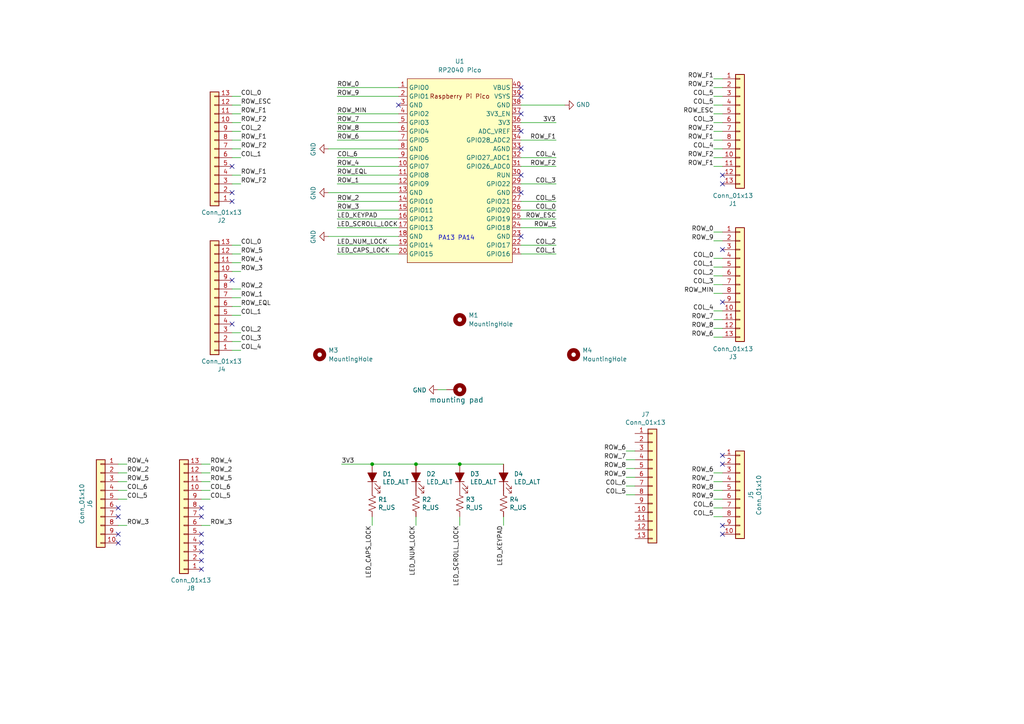
<source format=kicad_sch>
(kicad_sch (version 20250114) (generator "eeschema") (generator_version "9.0")
  (paper "A4")
  (lib_symbols
    (symbol "MCU_RaspberryPi_and_Boards:Pico"
      (property "Reference" "U" (at -13.97 27.94 0))
      (property "Value" "Pico" (at 0 19.05 0))
      (symbol "Pico_0_0"
        (text "Raspberry Pi Pico" (at 0 21.59 0) (effects (font (size 1.27 1.27))))
      )
      (symbol "Pico_0_1"
        (rectangle (start -15.24 26.67) (end 15.24 -26.67) (fill (type background)))
      )
      (symbol "Pico_1_1"
        (pin bidirectional line (at -17.78 24.13 0) (length 2.54) (name "GPIO0") (number "1"))
        (pin bidirectional line (at -17.78 21.59 0) (length 2.54) (name "GPIO1") (number "2"))
        (pin power_in line (at -17.78 19.05 0) (length 2.54) (name "GND") (number "3"))
        (pin bidirectional line (at -17.78 16.51 0) (length 2.54) (name "GPIO2") (number "4"))
        (pin bidirectional line (at -17.78 13.97 0) (length 2.54) (name "GPIO3") (number "5"))
        (pin bidirectional line (at -17.78 11.43 0) (length 2.54) (name "GPIO4") (number "6"))
        (pin bidirectional line (at -17.78 8.89 0) (length 2.54) (name "GPIO5") (number "7"))
        (pin power_in line (at -17.78 6.35 0) (length 2.54) (name "GND") (number "8"))
        (pin bidirectional line (at -17.78 3.81 0) (length 2.54) (name "GPIO6") (number "9"))
        (pin bidirectional line (at -17.78 1.27 0) (length 2.54) (name "GPIO7") (number "10"))
        (pin bidirectional line (at -17.78 -1.27 0) (length 2.54) (name "GPIO8") (number "11"))
        (pin bidirectional line (at -17.78 -3.81 0) (length 2.54) (name "GPIO9") (number "12"))
        (pin power_in line (at -17.78 -6.35 0) (length 2.54) (name "GND") (number "13"))
        (pin bidirectional line (at -17.78 -8.89 0) (length 2.54) (name "GPIO10") (number "14"))
        (pin bidirectional line (at -17.78 -11.43 0) (length 2.54) (name "GPIO11") (number "15"))
        (pin bidirectional line (at -17.78 -13.97 0) (length 2.54) (name "GPIO12") (number "16"))
        (pin bidirectional line (at -17.78 -16.51 0) (length 2.54) (name "GPIO13") (number "17"))
        (pin power_in line (at -17.78 -19.05 0) (length 2.54) (name "GND") (number "18"))
        (pin bidirectional line (at -17.78 -21.59 0) (length 2.54) (name "GPIO14") (number "19"))
        (pin bidirectional line (at -17.78 -24.13 0) (length 2.54) (name "GPIO15") (number "20"))
        (pin power_in line (at 17.78 24.13 180) (length 2.54) (name "VBUS") (number "40"))
        (pin power_in line (at 17.78 21.59 180) (length 2.54) (name "VSYS") (number "39"))
        (pin bidirectional line (at 17.78 19.05 180) (length 2.54) (name "GND") (number "38"))
        (pin input line (at 17.78 16.51 180) (length 2.54) (name "3V3_EN") (number "37"))
        (pin power_in line (at 17.78 13.97 180) (length 2.54) (name "3V3") (number "36"))
        (pin power_in line (at 17.78 11.43 180) (length 2.54) (name "ADC_VREF") (number "35"))
        (pin bidirectional line (at 17.78 8.89 180) (length 2.54) (name "GPIO28_ADC2") (number "34"))
        (pin power_in line (at 17.78 6.35 180) (length 2.54) (name "AGND") (number "33"))
        (pin bidirectional line (at 17.78 3.81 180) (length 2.54) (name "GPIO27_ADC1") (number "32"))
        (pin bidirectional line (at 17.78 1.27 180) (length 2.54) (name "GPIO26_ADC0") (number "31"))
        (pin input line (at 17.78 -1.27 180) (length 2.54) (name "RUN") (number "30"))
        (pin bidirectional line (at 17.78 -3.81 180) (length 2.54) (name "GPIO22") (number "29"))
        (pin power_in line (at 17.78 -6.35 180) (length 2.54) (name "GND") (number "28"))
        (pin bidirectional line (at 17.78 -8.89 180) (length 2.54) (name "GPIO21") (number "27"))
        (pin bidirectional line (at 17.78 -11.43 180) (length 2.54) (name "GPIO20") (number "26"))
        (pin bidirectional line (at 17.78 -13.97 180) (length 2.54) (name "GPIO19") (number "25"))
        (pin bidirectional line (at 17.78 -16.51 180) (length 2.54) (name "GPIO18") (number "24"))
        (pin power_in line (at 17.78 -19.05 180) (length 2.54) (name "GND") (number "23"))
        (pin bidirectional line (at 17.78 -21.59 180) (length 2.54) (name "GPIO17") (number "22"))
        (pin bidirectional line (at 17.78 -24.13 180) (length 2.54) (name "GPIO16") (number "21"))
      )
    )
    (symbol "Mechanical:MountingHole" (pin_names (offset 1.016)) (in_bom no)
      (property "Reference" "H" (at 0 5.08 0))
      (property "Value" "MountingHole" (at 0 3.175 0))
      (symbol "MountingHole_0_1"
        (circle (center 0 0) (radius 1.27) (stroke (width 1.27)))
      )
    )
    (symbol "Mechanical:MountingHole_Pad" (pin_numbers (hide yes)) (pin_names (offset 1.016) (hide yes))
      (property "Reference" "H" (at 0 6.35 0))
      (property "Value" "MountingHole_Pad" (at 0 4.445 0))
      (symbol "MountingHole_Pad_0_1"
        (circle (center 0 1.27) (radius 1.27) (stroke (width 1.27)))
      )
      (symbol "MountingHole_Pad_1_1"
        (pin input line (at 0 -2.54 90) (length 2.54) (name "1") (number "1"))
      )
    )
    (symbol "kicad_port-rescue:Conn_01x10-Connector_Generic" (pin_names (offset 1.016) (hide yes))
      (property "Reference" "J" (at 0 12.7 0))
      (property "Value" "kicad_port-rescue_Conn_01x10-Connector_Generic" (at 0 -15.24 0))
      (symbol "Conn_01x10-Connector_Generic_1_1"
        (rectangle (start -1.27 11.43) (end 1.27 -13.97) (stroke (width 0.254)) (fill (type background)))
        (rectangle (start -1.27 10.287) (end 0 10.033) (stroke (width 0.1524)))
        (rectangle (start -1.27 7.747) (end 0 7.493) (stroke (width 0.1524)))
        (rectangle (start -1.27 5.207) (end 0 4.953) (stroke (width 0.1524)))
        (rectangle (start -1.27 2.667) (end 0 2.413) (stroke (width 0.1524)))
        (rectangle (start -1.27 0.127) (end 0 -0.127) (stroke (width 0.1524)))
        (rectangle (start -1.27 -2.413) (end 0 -2.667) (stroke (width 0.1524)))
        (rectangle (start -1.27 -4.953) (end 0 -5.207) (stroke (width 0.1524)))
        (rectangle (start -1.27 -7.493) (end 0 -7.747) (stroke (width 0.1524)))
        (rectangle (start -1.27 -10.033) (end 0 -10.287) (stroke (width 0.1524)))
        (rectangle (start -1.27 -12.573) (end 0 -12.827) (stroke (width 0.1524)))
        (pin passive line (at -5.08 10.16 0) (length 3.81) (name "Pin_1") (number "1"))
        (pin passive line (at -5.08 7.62 0) (length 3.81) (name "Pin_2") (number "2"))
        (pin passive line (at -5.08 5.08 0) (length 3.81) (name "Pin_3") (number "3"))
        (pin passive line (at -5.08 2.54 0) (length 3.81) (name "Pin_4") (number "4"))
        (pin passive line (at -5.08 0 0) (length 3.81) (name "Pin_5") (number "5"))
        (pin passive line (at -5.08 -2.54 0) (length 3.81) (name "Pin_6") (number "6"))
        (pin passive line (at -5.08 -5.08 0) (length 3.81) (name "Pin_7") (number "7"))
        (pin passive line (at -5.08 -7.62 0) (length 3.81) (name "Pin_8") (number "8"))
        (pin passive line (at -5.08 -10.16 0) (length 3.81) (name "Pin_9") (number "9"))
        (pin passive line (at -5.08 -12.7 0) (length 3.81) (name "Pin_10") (number "10"))
      )
    )
    (symbol "kicad_port-rescue:Conn_01x13-Connector_Generic" (pin_names (offset 1.016) (hide yes))
      (property "Reference" "J" (at 0 17.78 0))
      (property "Value" "kicad_port-rescue_Conn_01x13-Connector_Generic" (at 0 -17.78 0))
      (symbol "Conn_01x13-Connector_Generic_1_1"
        (rectangle (start -1.27 16.51) (end 1.27 -16.51) (stroke (width 0.254)) (fill (type background)))
        (rectangle (start -1.27 15.367) (end 0 15.113) (stroke (width 0.1524)))
        (rectangle (start -1.27 12.827) (end 0 12.573) (stroke (width 0.1524)))
        (rectangle (start -1.27 10.287) (end 0 10.033) (stroke (width 0.1524)))
        (rectangle (start -1.27 7.747) (end 0 7.493) (stroke (width 0.1524)))
        (rectangle (start -1.27 5.207) (end 0 4.953) (stroke (width 0.1524)))
        (rectangle (start -1.27 2.667) (end 0 2.413) (stroke (width 0.1524)))
        (rectangle (start -1.27 0.127) (end 0 -0.127) (stroke (width 0.1524)))
        (rectangle (start -1.27 -2.413) (end 0 -2.667) (stroke (width 0.1524)))
        (rectangle (start -1.27 -4.953) (end 0 -5.207) (stroke (width 0.1524)))
        (rectangle (start -1.27 -7.493) (end 0 -7.747) (stroke (width 0.1524)))
        (rectangle (start -1.27 -10.033) (end 0 -10.287) (stroke (width 0.1524)))
        (rectangle (start -1.27 -12.573) (end 0 -12.827) (stroke (width 0.1524)))
        (rectangle (start -1.27 -15.113) (end 0 -15.367) (stroke (width 0.1524)))
        (pin passive line (at -5.08 15.24 0) (length 3.81) (name "Pin_1") (number "1"))
        (pin passive line (at -5.08 12.7 0) (length 3.81) (name "Pin_2") (number "2"))
        (pin passive line (at -5.08 10.16 0) (length 3.81) (name "Pin_3") (number "3"))
        (pin passive line (at -5.08 7.62 0) (length 3.81) (name "Pin_4") (number "4"))
        (pin passive line (at -5.08 5.08 0) (length 3.81) (name "Pin_5") (number "5"))
        (pin passive line (at -5.08 2.54 0) (length 3.81) (name "Pin_6") (number "6"))
        (pin passive line (at -5.08 0 0) (length 3.81) (name "Pin_7") (number "7"))
        (pin passive line (at -5.08 -2.54 0) (length 3.81) (name "Pin_8") (number "8"))
        (pin passive line (at -5.08 -5.08 0) (length 3.81) (name "Pin_9") (number "9"))
        (pin passive line (at -5.08 -7.62 0) (length 3.81) (name "Pin_10") (number "10"))
        (pin passive line (at -5.08 -10.16 0) (length 3.81) (name "Pin_11") (number "11"))
        (pin passive line (at -5.08 -12.7 0) (length 3.81) (name "Pin_12") (number "12"))
        (pin passive line (at -5.08 -15.24 0) (length 3.81) (name "Pin_13") (number "13"))
      )
    )
    (symbol "kicad_port-rescue:GND-power" (power) (pin_names (offset 0))
      (property "Value" "kicad_port-rescue_GND-power" (at 0 -3.81 0))
      (symbol "GND-power_0_1"
        (polyline (pts (xy 0 0) (xy 0 -1.27) (xy 1.27 -1.27) (xy 0 -2.54) (xy -1.27 -1.27) (xy 0 -1.27)))
      )
      (symbol "GND-power_1_1"
        (pin power_in line (at 0 0 270) (length 0) (hide yes) (name "GND") (number "1"))
      )
    )
    (symbol "kicad_port-rescue:LED_ALT-Device" (pin_numbers (hide yes)) (pin_names (offset 1.016) (hide yes))
      (property "Reference" "D" (at 0 2.54 0))
      (property "Value" "kicad_port-rescue_LED_ALT-Device" (at 0 -2.54 0))
      (symbol "LED_ALT-Device_0_1"
        (polyline (pts (xy -3.048 -0.762) (xy -4.572 -2.286) (xy -3.81 -2.286) (xy -4.572 -2.286) (xy -4.572 -1.524)))
        (polyline (pts (xy -1.778 -0.762) (xy -3.302 -2.286) (xy -2.54 -2.286) (xy -3.302 -2.286) (xy -3.302 -1.524)))
        (polyline (pts (xy -1.27 0) (xy 1.27 0)))
        (polyline (pts (xy -1.27 -1.27) (xy -1.27 1.27)) (stroke (width 0.2032)))
        (polyline (pts (xy 1.27 -1.27) (xy 1.27 1.27) (xy -1.27 0) (xy 1.27 -1.27)) (stroke (width 0.2032)) (fill (type outline)))
      )
      (symbol "LED_ALT-Device_1_1"
        (pin passive line (at -3.81 0 0) (length 2.54) (name "K") (number "1"))
        (pin passive line (at 3.81 0 180) (length 2.54) (name "A") (number "2"))
      )
    )
    (symbol "kicad_port-rescue:R_US-Device" (pin_numbers (hide yes)) (pin_names (offset 0))
      (property "Reference" "R" (at 2.54 0 90))
      (property "Value" "kicad_port-rescue_R_US-Device" (at -2.54 0 90))
      (symbol "R_US-Device_0_1"
        (polyline (pts (xy 0 2.286) (xy 0 2.54)))
        (polyline (pts (xy 0 2.286) (xy 1.016 1.905) (xy 0 1.524) (xy -1.016 1.143) (xy 0 0.762)))
        (polyline (pts (xy 0 0.762) (xy 1.016 0.381) (xy 0 0) (xy -1.016 -0.381) (xy 0 -0.762)))
        (polyline (pts (xy 0 -0.762) (xy 1.016 -1.143) (xy 0 -1.524) (xy -1.016 -1.905) (xy 0 -2.286)))
        (polyline (pts (xy 0 -2.286) (xy 0 -2.54)))
      )
      (symbol "R_US-Device_1_1"
        (pin passive line (at 0 3.81 270) (length 1.27) (name "~") (number "1"))
        (pin passive line (at 0 -3.81 90) (length 1.27) (name "~") (number "2"))
      )
    )
    (symbol "power:GND" (power) (pin_names (offset 0))
      (property "Value" "GND" (at 0 -3.81 0))
      (symbol "GND_0_1"
        (polyline (pts (xy 0 0) (xy 0 -1.27) (xy 1.27 -1.27) (xy 0 -2.54) (xy -1.27 -1.27) (xy 0 -1.27)))
      )
      (symbol "GND_1_1"
        (pin power_in line (at 0 0 270) (length 0) (hide yes) (name "GND") (number "1"))
      )
    )
  )
  (text "PA13 PA14" (at 127 69.85 0) (effects (font (size 1.27 1.27)) (justify left bottom)))
  (junction (at 133.35 134.62))
  (junction (at 120.65 134.62))
  (junction (at 107.95 134.62))
  (no_connect (at 58.42 162.56))
  (no_connect (at 34.29 147.32))
  (no_connect (at 67.31 58.42))
  (no_connect (at 58.42 160.02))
  (no_connect (at 151.13 33.02))
  (no_connect (at 67.31 81.28))
  (no_connect (at 67.31 55.88))
  (no_connect (at 209.55 87.63))
  (no_connect (at 34.29 149.86))
  (no_connect (at 209.55 53.34))
  (no_connect (at 209.55 50.8))
  (no_connect (at 58.42 154.94))
  (no_connect (at 58.42 157.48))
  (no_connect (at 67.31 48.26))
  (no_connect (at 151.13 50.8))
  (no_connect (at 115.57 30.48))
  (no_connect (at 209.55 132.08))
  (no_connect (at 34.29 157.48))
  (no_connect (at 151.13 27.94))
  (no_connect (at 151.13 55.88))
  (no_connect (at 151.13 68.58))
  (no_connect (at 67.31 93.98))
  (no_connect (at 58.42 165.1))
  (no_connect (at 209.55 152.4))
  (no_connect (at 34.29 154.94))
  (no_connect (at 58.42 149.86))
  (no_connect (at 209.55 154.94))
  (no_connect (at 209.55 72.39))
  (no_connect (at 209.55 134.62))
  (no_connect (at 151.13 43.18))
  (no_connect (at 151.13 25.4))
  (no_connect (at 58.42 147.32))
  (no_connect (at 151.13 38.1))
  (wire (pts (xy 151.13 40.64) (xy 161.29 40.64)))
  (wire (pts (xy 67.31 96.52) (xy 69.85 96.52)))
  (wire (pts (xy 151.13 30.48) (xy 163.83 30.48)))
  (wire (pts (xy 97.79 48.26) (xy 115.57 48.26)))
  (wire (pts (xy 207.01 43.18) (xy 209.55 43.18)))
  (wire (pts (xy 67.31 99.06) (xy 69.85 99.06)))
  (wire (pts (xy 67.31 91.44) (xy 69.85 91.44)))
  (wire (pts (xy 107.95 134.62) (xy 120.65 134.62)))
  (wire (pts (xy 58.42 137.16) (xy 60.96 137.16)))
  (wire (pts (xy 34.29 137.16) (xy 36.83 137.16)))
  (wire (pts (xy 184.15 130.81) (xy 181.61 130.81)))
  (wire (pts (xy 151.13 73.66) (xy 161.29 73.66)))
  (wire (pts (xy 95.25 68.58) (xy 115.57 68.58)))
  (wire (pts (xy 151.13 45.72) (xy 161.29 45.72)))
  (wire (pts (xy 67.31 45.72) (xy 69.85 45.72)))
  (wire (pts (xy 151.13 66.04) (xy 161.29 66.04)))
  (wire (pts (xy 207.01 85.09) (xy 209.55 85.09)))
  (wire (pts (xy 207.01 45.72) (xy 209.55 45.72)))
  (wire (pts (xy 34.29 152.4) (xy 36.83 152.4)))
  (wire (pts (xy 133.35 134.62) (xy 146.05 134.62)))
  (wire (pts (xy 207.01 97.79) (xy 209.55 97.79)))
  (wire (pts (xy 133.35 152.4) (xy 133.35 149.86)))
  (wire (pts (xy 151.13 53.34) (xy 161.29 53.34)))
  (wire (pts (xy 151.13 60.96) (xy 161.29 60.96)))
  (wire (pts (xy 67.31 50.8) (xy 69.85 50.8)))
  (wire (pts (xy 58.42 142.24) (xy 60.96 142.24)))
  (wire (pts (xy 207.01 92.71) (xy 209.55 92.71)))
  (wire (pts (xy 34.29 142.24) (xy 36.83 142.24)))
  (wire (pts (xy 120.65 134.62) (xy 133.35 134.62)))
  (wire (pts (xy 67.31 40.64) (xy 69.85 40.64)))
  (wire (pts (xy 151.13 58.42) (xy 161.29 58.42)))
  (wire (pts (xy 184.15 140.97) (xy 181.61 140.97)))
  (wire (pts (xy 67.31 38.1) (xy 69.85 38.1)))
  (wire (pts (xy 67.31 43.18) (xy 69.85 43.18)))
  (wire (pts (xy 207.01 82.55) (xy 209.55 82.55)))
  (wire (pts (xy 209.55 147.32) (xy 207.01 147.32)))
  (wire (pts (xy 34.29 144.78) (xy 36.83 144.78)))
  (wire (pts (xy 207.01 69.85) (xy 209.55 69.85)))
  (wire (pts (xy 184.15 133.35) (xy 181.61 133.35)))
  (wire (pts (xy 151.13 63.5) (xy 161.29 63.5)))
  (wire (pts (xy 58.42 144.78) (xy 60.96 144.78)))
  (wire (pts (xy 209.55 142.24) (xy 207.01 142.24)))
  (wire (pts (xy 207.01 74.93) (xy 209.55 74.93)))
  (wire (pts (xy 67.31 33.02) (xy 69.85 33.02)))
  (wire (pts (xy 58.42 134.62) (xy 60.96 134.62)))
  (wire (pts (xy 67.31 83.82) (xy 69.85 83.82)))
  (wire (pts (xy 97.79 63.5) (xy 115.57 63.5)))
  (wire (pts (xy 146.05 152.4) (xy 146.05 149.86)))
  (wire (pts (xy 67.31 78.74) (xy 69.85 78.74)))
  (wire (pts (xy 184.15 135.89) (xy 181.61 135.89)))
  (wire (pts (xy 151.13 48.26) (xy 161.29 48.26)))
  (wire (pts (xy 115.57 25.4) (xy 97.79 25.4)))
  (wire (pts (xy 58.42 139.7) (xy 60.96 139.7)))
  (wire (pts (xy 151.13 35.56) (xy 161.29 35.56)))
  (wire (pts (xy 207.01 67.31) (xy 209.55 67.31)))
  (wire (pts (xy 67.31 53.34) (xy 69.85 53.34)))
  (wire (pts (xy 97.79 53.34) (xy 115.57 53.34)))
  (wire (pts (xy 58.42 152.4) (xy 60.96 152.4)))
  (wire (pts (xy 207.01 90.17) (xy 209.55 90.17)))
  (wire (pts (xy 207.01 95.25) (xy 209.55 95.25)))
  (wire (pts (xy 207.01 40.64) (xy 209.55 40.64)))
  (wire (pts (xy 151.13 71.12) (xy 161.29 71.12)))
  (wire (pts (xy 207.01 48.26) (xy 209.55 48.26)))
  (wire (pts (xy 97.79 60.96) (xy 115.57 60.96)))
  (wire (pts (xy 67.31 35.56) (xy 69.85 35.56)))
  (wire (pts (xy 34.29 139.7) (xy 36.83 139.7)))
  (wire (pts (xy 67.31 86.36) (xy 69.85 86.36)))
  (wire (pts (xy 95.25 43.18) (xy 115.57 43.18)))
  (wire (pts (xy 207.01 27.94) (xy 209.55 27.94)))
  (wire (pts (xy 97.79 27.94) (xy 115.57 27.94)))
  (wire (pts (xy 97.79 38.1) (xy 115.57 38.1)))
  (wire (pts (xy 209.55 137.16) (xy 207.01 137.16)))
  (wire (pts (xy 67.31 88.9) (xy 69.85 88.9)))
  (wire (pts (xy 207.01 30.48) (xy 209.55 30.48)))
  (wire (pts (xy 97.79 33.02) (xy 115.57 33.02)))
  (wire (pts (xy 207.01 25.4) (xy 209.55 25.4)))
  (wire (pts (xy 99.06 134.62) (xy 107.95 134.62)))
  (wire (pts (xy 107.95 152.4) (xy 107.95 149.86)))
  (wire (pts (xy 34.29 134.62) (xy 36.83 134.62)))
  (wire (pts (xy 207.01 38.1) (xy 209.55 38.1)))
  (wire (pts (xy 97.79 45.72) (xy 115.57 45.72)))
  (wire (pts (xy 67.31 27.94) (xy 69.85 27.94)))
  (wire (pts (xy 67.31 101.6) (xy 69.85 101.6)))
  (wire (pts (xy 97.79 71.12) (xy 115.57 71.12)))
  (wire (pts (xy 209.55 149.86) (xy 207.01 149.86)))
  (wire (pts (xy 97.79 35.56) (xy 115.57 35.56)))
  (wire (pts (xy 184.15 143.51) (xy 181.61 143.51)))
  (wire (pts (xy 67.31 73.66) (xy 69.85 73.66)))
  (wire (pts (xy 67.31 71.12) (xy 69.85 71.12)))
  (wire (pts (xy 207.01 77.47) (xy 209.55 77.47)))
  (wire (pts (xy 184.15 138.43) (xy 181.61 138.43)))
  (wire (pts (xy 209.55 139.7) (xy 207.01 139.7)))
  (wire (pts (xy 207.01 33.02) (xy 209.55 33.02)))
  (wire (pts (xy 209.55 144.78) (xy 207.01 144.78)))
  (wire (pts (xy 97.79 40.64) (xy 115.57 40.64)))
  (wire (pts (xy 207.01 80.01) (xy 209.55 80.01)))
  (wire (pts (xy 67.31 76.2) (xy 69.85 76.2)))
  (wire (pts (xy 67.31 30.48) (xy 69.85 30.48)))
  (wire (pts (xy 97.79 73.66) (xy 115.57 73.66)))
  (wire (pts (xy 95.25 55.88) (xy 115.57 55.88)))
  (wire (pts (xy 97.79 50.8) (xy 115.57 50.8)))
  (wire (pts (xy 97.79 66.04) (xy 115.57 66.04)))
  (wire (pts (xy 207.01 22.86) (xy 209.55 22.86)))
  (wire (pts (xy 120.65 152.4) (xy 120.65 149.86)))
  (wire (pts (xy 97.79 58.42) (xy 115.57 58.42)))
  (wire (pts (xy 207.01 35.56) (xy 209.55 35.56)))
  (wire (pts (xy 127 113.03) (xy 129.54 113.03)))
  (label "COL_2" (at 69.85 38.1 0))
  (label "ROW_5" (at 69.85 73.66 0))
  (label "ROW_ESC" (at 69.85 30.48 0))
  (label "COL_4" (at 69.85 101.6 0))
  (label "ROW_F2" (at 69.85 53.34 0))
  (label "COL_3" (at 161.29 53.34 180))
  (label "LED_NUM_LOCK" (at 120.65 152.4 270))
  (label "ROW_F2" (at 69.85 35.56 0))
  (label "ROW_2" (at 60.96 137.16 0))
  (label "COL_6" (at 36.83 142.24 0))
  (label "LED_NUM_LOCK" (at 97.79 71.12 0))
  (label "3V3" (at 157.48 35.56 0))
  (label "COL_2" (at 207.01 80.01 180))
  (label "ROW_9" (at 207.01 69.85 180))
  (label "COL_1" (at 207.01 77.47 180))
  (label "COL_3" (at 207.01 35.56 180))
  (label "COL_4" (at 161.29 45.72 180))
  (label "ROW_9" (at 97.79 27.94 0))
  (label "ROW_F1" (at 207.01 22.86 180))
  (label "ROW_F1" (at 69.85 50.8 0))
  (label "ROW_F1" (at 69.85 40.64 0))
  (label "ROW_2" (at 36.83 137.16 0))
  (label "ROW_1" (at 97.79 53.34 0))
  (label "COL_5" (at 207.01 30.48 180))
  (label "ROW_6" (at 207.01 97.79 180))
  (label "COL_0" (at 161.29 60.96 180))
  (label "COL_3" (at 207.01 82.55 180))
  (label "LED_CAPS_LOCK" (at 97.79 73.66 0))
  (label "3V3" (at 99.06 134.62 0))
  (label "ROW_8" (at 207.01 95.25 180))
  (label "ROW_9" (at 181.61 138.43 180))
  (label "ROW_F1" (at 161.29 40.64 180))
  (label "ROW_5" (at 60.96 139.7 0))
  (label "ROW_6" (at 207.01 137.16 180))
  (label "ROW_7" (at 181.61 133.35 180))
  (label "COL_6" (at 207.01 147.32 180))
  (label "ROW_EQL" (at 97.79 50.8 0))
  (label "COL_6" (at 97.79 45.72 0))
  (label "ROW_4" (at 60.96 134.62 0))
  (label "ROW_7" (at 207.01 92.71 180))
  (label "COL_5" (at 207.01 149.86 180))
  (label "ROW_5" (at 161.29 66.04 180))
  (label "ROW_F1" (at 69.85 33.02 0))
  (label "ROW_MIN" (at 97.79 33.02 0))
  (label "COL_5" (at 60.96 144.78 0))
  (label "COL_1" (at 161.29 73.66 180))
  (label "ROW_2" (at 69.85 83.82 0))
  (label "ROW_0" (at 97.79 25.4 0))
  (label "ROW_F2" (at 207.01 38.1 180))
  (label "COL_3" (at 69.85 99.06 0))
  (label "ROW_7" (at 97.79 35.56 0))
  (label "ROW_F1" (at 207.01 40.64 180))
  (label "ROW_EQL" (at 69.85 88.9 0))
  (label "ROW_3" (at 97.79 60.96 0))
  (label "LED_KEYPAD" (at 97.79 63.5 0))
  (label "ROW_ESC" (at 161.29 63.5 180))
  (label "ROW_9" (at 207.01 144.78 180))
  (label "ROW_2" (at 97.79 58.42 0))
  (label "ROW_6" (at 181.61 130.81 180))
  (label "ROW_0" (at 207.01 67.31 180))
  (label "LED_CAPS_LOCK" (at 107.95 152.4 270))
  (label "ROW_6" (at 97.79 40.64 0))
  (label "ROW_F1" (at 207.01 48.26 180))
  (label "ROW_MIN" (at 207.01 85.09 180))
  (label "COL_5" (at 161.29 58.42 180))
  (label "ROW_8" (at 207.01 142.24 180))
  (label "ROW_F2" (at 161.29 48.26 180))
  (label "ROW_ESC" (at 207.01 33.02 180))
  (label "LED_KEYPAD" (at 146.05 152.4 270))
  (label "ROW_8" (at 181.61 135.89 180))
  (label "ROW_3" (at 36.83 152.4 0))
  (label "LED_SCROLL_LOCK" (at 97.79 66.04 0))
  (label "LED_SCROLL_LOCK" (at 133.35 152.4 270))
  (label "COL_4" (at 207.01 43.18 180))
  (label "COL_6" (at 181.61 140.97 180))
  (label "COL_1" (at 69.85 91.44 0))
  (label "ROW_F2" (at 207.01 25.4 180))
  (label "COL_5" (at 207.01 27.94 180))
  (label "ROW_F2" (at 207.01 45.72 180))
  (label "ROW_1" (at 69.85 86.36 0))
  (label "ROW_8" (at 97.79 38.1 0))
  (label "COL_1" (at 69.85 45.72 0))
  (label "ROW_3" (at 69.85 78.74 0))
  (label "COL_5" (at 181.61 143.51 180))
  (label "COL_0" (at 69.85 27.94 0))
  (label "ROW_4" (at 69.85 76.2 0))
  (label "ROW_3" (at 60.96 152.4 0))
  (label "ROW_4" (at 97.79 48.26 0))
  (label "COL_4" (at 207.01 90.17 180))
  (label "COL_2" (at 161.29 71.12 180))
  (label "ROW_F2" (at 69.85 43.18 0))
  (label "COL_5" (at 36.83 144.78 0))
  (label "COL_2" (at 69.85 96.52 0))
  (label "COL_6" (at 60.96 142.24 0))
  (label "COL_0" (at 69.85 71.12 0))
  (label "ROW_5" (at 36.83 139.7 0))
  (label "COL_0" (at 207.01 74.93 180))
  (label "ROW_7" (at 207.01 139.7 180))
  (label "ROW_4" (at 36.83 134.62 0))
  (symbol (lib_id "kicad_port-rescue:Conn_01x13-Connector_Generic") (at 62.23 86.36 180) (unit 1)
    (property "Reference" "J4" (at 64.262 107.1118 0))
    (property "Value" "Conn_01x13" (at 64.262 104.8004 0))
    (property "Footprint" "kinesisMod_board_connectors:Molex_039532134" (effects (hide yes)))
  )
  (symbol (lib_id "kicad_port-rescue:Conn_01x13-Connector_Generic") (at 214.63 82.55 0) (unit 1)
    (property "Reference" "J3" (at 212.5726 103.505 0))
    (property "Value" "Conn_01x13" (at 212.5726 101.1936 0))
    (property "Footprint" "kinesisMod_board_connectors:Molex_039532134" (effects (hide yes)))
  )
  (symbol (lib_id "kicad_port-rescue:Conn_01x10-Connector_Generic") (at 29.21 144.78 0) (mirror y) (unit 1)
    (property "Reference" "J6" (at 26.0604 146.1516 90))
    (property "Value" "Conn_01x10" (at 23.749 146.1516 90))
    (property "Footprint" "Pin_Headers:Pin_Header_Straight_1x10_Pitch2.54mm" (effects (hide yes)))
  )
  (symbol (lib_id "kicad_port-rescue:Conn_01x10-Connector_Generic") (at 214.63 142.24 0) (unit 1)
    (property "Reference" "J5" (at 217.7796 143.6116 90))
    (property "Value" "Conn_01x10" (at 220.091 143.6116 90))
    (property "Footprint" "Pin_Headers:Pin_Header_Straight_1x10_Pitch2.54mm" (effects (hide yes)))
  )
  (symbol (lib_id "kicad_port-rescue:Conn_01x13-Connector_Generic") (at 62.23 43.18 180) (unit 1)
    (property "Reference" "J2" (at 64.262 63.9318 0))
    (property "Value" "Conn_01x13" (at 64.262 61.6204 0))
    (property "Footprint" "kinesisMod_board_connectors:Molex_0039532135" (effects (hide yes)))
  )
  (symbol (lib_id "kicad_port-rescue:Conn_01x13-Connector_Generic") (at 214.63 38.1 0) (unit 1)
    (property "Reference" "J1" (at 212.5726 59.055 0))
    (property "Value" "Conn_01x13" (at 212.5726 56.7436 0))
    (property "Footprint" "kinesisMod_board_connectors:Molex_0039532135" (effects (hide yes)))
  )
  (symbol (lib_id "kicad_port-rescue:LED_ALT-Device") (at 107.95 138.43 90) (unit 1)
    (property "Reference" "D1" (at 110.9472 137.4648 90) (effects (justify right)))
    (property "Value" "LED_ALT" (at 110.9472 139.7762 90) (effects (justify right)))
    (property "Footprint" "LED_THT:LED_D3.0mm" (effects (hide yes)))
  )
  (symbol (lib_id "kicad_port-rescue:LED_ALT-Device") (at 120.65 138.43 90) (unit 1)
    (property "Reference" "D2" (at 123.6472 137.4648 90) (effects (justify right)))
    (property "Value" "LED_ALT" (at 123.6472 139.7762 90) (effects (justify right)))
    (property "Footprint" "LED_THT:LED_D3.0mm" (effects (hide yes)))
  )
  (symbol (lib_id "kicad_port-rescue:LED_ALT-Device") (at 133.35 138.43 90) (unit 1)
    (property "Reference" "D3" (at 136.3472 137.4648 90) (effects (justify right)))
    (property "Value" "LED_ALT" (at 136.3472 139.7762 90) (effects (justify right)))
    (property "Footprint" "LED_THT:LED_D3.0mm" (effects (hide yes)))
  )
  (symbol (lib_id "kicad_port-rescue:LED_ALT-Device") (at 146.05 138.43 90) (unit 1)
    (property "Reference" "D4" (at 149.0472 137.4648 90) (effects (justify right)))
    (property "Value" "LED_ALT" (at 149.0472 139.7762 90) (effects (justify right)))
    (property "Footprint" "LED_THT:LED_D3.0mm" (effects (hide yes)))
  )
  (symbol (lib_id "kicad_port-rescue:R_US-Device") (at 120.65 146.05 0) (unit 1)
    (property "Reference" "R2" (at 122.3772 144.8816 0) (effects (justify left)))
    (property "Value" "R_US" (at 122.3772 147.193 0) (effects (justify left)))
    (property "Footprint" "Resistor_THT:R_Axial_DIN0204_L3.6mm_D1.6mm_P5.08mm_Horizontal" (effects (hide yes)))
  )
  (symbol (lib_id "kicad_port-rescue:R_US-Device") (at 107.95 146.05 0) (unit 1)
    (property "Reference" "R1" (at 109.6772 144.8816 0) (effects (justify left)))
    (property "Value" "R_US" (at 109.6772 147.193 0) (effects (justify left)))
    (property "Footprint" "Resistor_THT:R_Axial_DIN0204_L3.6mm_D1.6mm_P5.08mm_Horizontal" (effects (hide yes)))
  )
  (symbol (lib_id "kicad_port-rescue:R_US-Device") (at 133.35 146.05 0) (unit 1)
    (property "Reference" "R3" (at 135.0772 144.8816 0) (effects (justify left)))
    (property "Value" "R_US" (at 135.0772 147.193 0) (effects (justify left)))
    (property "Footprint" "Resistor_THT:R_Axial_DIN0204_L3.6mm_D1.6mm_P5.08mm_Horizontal" (effects (hide yes)))
  )
  (symbol (lib_id "kicad_port-rescue:R_US-Device") (at 146.05 146.05 0) (unit 1)
    (property "Reference" "R4" (at 147.7772 144.8816 0) (effects (justify left)))
    (property "Value" "R_US" (at 147.7772 147.193 0) (effects (justify left)))
    (property "Footprint" "Resistor_THT:R_Axial_DIN0204_L3.6mm_D1.6mm_P5.08mm_Horizontal" (effects (hide yes)))
  )
  (symbol (lib_id "kicad_port-rescue:GND-power") (at 95.25 43.18 270) (unit 1)
    (property "Reference" "#PWR0106" (effects (hide yes)))
    (property "Value" "GND" (at 90.8558 43.307 0))
  )
  (symbol (lib_id "kicad_port-rescue:Conn_01x13-Connector_Generic") (at 53.34 149.86 180) (unit 1)
    (property "Reference" "J8" (at 55.372 170.6118 0))
    (property "Value" "Conn_01x13" (at 55.372 168.3004 0))
    (property "Footprint" "kinesisMod_board_connectors:Molex_039532135_Squished" (effects (hide yes)))
  )
  (symbol (lib_id "Mechanical:MountingHole_Pad") (at 132.08 113.03 270) (unit 1)
    (property "Reference" "H1" (effects (hide yes)))
    (property "Value" "mounting pad" (at 124.46 116.84 90) (effects (font (size 1.4986 1.4986)) (justify left bottom)))
    (property "Footprint" "MountingHole:MountingHole_4.3mm_M4_Pad" (effects (hide yes)))
  )
  (symbol (lib_id "Mechanical:MountingHole") (at 166.37 102.87 0) (unit 1) (in_bom no)
    (property "Reference" "M4" (at 168.91 101.5999 0) (effects (justify left)))
    (property "Value" "MountingHole" (at 168.91 104.1399 0) (effects (justify left)))
    (property "Footprint" "Kinesis_Custom:Kinesis_Notch" (effects (hide yes)))
    (property "Description" "Mounting Hole without connection" (effects (hide yes)))
  )
  (symbol (lib_id "Mechanical:MountingHole") (at 92.71 102.87 0) (unit 1) (in_bom no)
    (property "Reference" "M3" (at 95.25 101.5999 0) (effects (justify left)))
    (property "Value" "MountingHole" (at 95.25 104.1399 0) (effects (justify left)))
    (property "Footprint" "Kinesis_Custom:Kinesis_Notch" (effects (hide yes)))
    (property "Description" "Mounting Hole without connection" (effects (hide yes)))
  )
  (symbol (lib_id "power:GND") (at 127 113.03 270) (unit 1)
    (property "Reference" "#PWR0101" (effects (hide yes)))
    (property "Value" "GND" (at 123.7488 113.157 90) (effects (justify right)))
  )
  (symbol (lib_id "kicad_port-rescue:GND-power") (at 95.25 55.88 270) (unit 1)
    (property "Reference" "#PWR0107" (effects (hide yes)))
    (property "Value" "GND" (at 90.8558 56.007 0))
  )
  (symbol (lib_id "Mechanical:MountingHole") (at 133.35 92.71 0) (unit 1) (in_bom no)
    (property "Reference" "M1" (at 135.89 91.4399 0) (effects (justify left)))
    (property "Value" "MountingHole" (at 135.89 93.9799 0) (effects (justify left)))
    (property "Footprint" "Kinesis_Custom:Kinesis_Locating_6.5mm" (effects (hide yes)))
    (property "Description" "Mounting Hole without connection" (effects (hide yes)))
  )
  (symbol (lib_id "kicad_port-rescue:Conn_01x13-Connector_Generic") (at 189.23 140.97 0) (unit 1)
    (property "Reference" "J7" (at 187.198 120.2182 0))
    (property "Value" "Conn_01x13" (at 187.198 122.5296 0))
    (property "Footprint" "kinesisMod_board_connectors:Molex_039532135_Squished" (effects (hide yes)))
  )
  (symbol (lib_id "kicad_port-rescue:GND-power") (at 163.83 30.48 90) (unit 1)
    (property "Reference" "#PWR0104" (effects (hide yes)))
    (property "Value" "GND" (at 167.0812 30.353 90) (effects (justify right)))
  )
  (symbol (lib_id "MCU_RaspberryPi_and_Boards:Pico") (at 133.35 49.53 0) (unit 1)
    (property "Reference" "U1" (at 133.35 17.78 0))
    (property "Value" "RP2040 Pico" (at 133.35 20.32 0))
    (property "Footprint" "MCU_RP2040_Pico:RPi_Pico_TH" (effects (hide yes)))
  )
  (symbol (lib_id "kicad_port-rescue:GND-power") (at 95.25 68.58 270) (unit 1)
    (property "Reference" "#PWR0108" (effects (hide yes)))
    (property "Value" "GND" (at 90.8558 68.707 0))
  )
)
</source>
